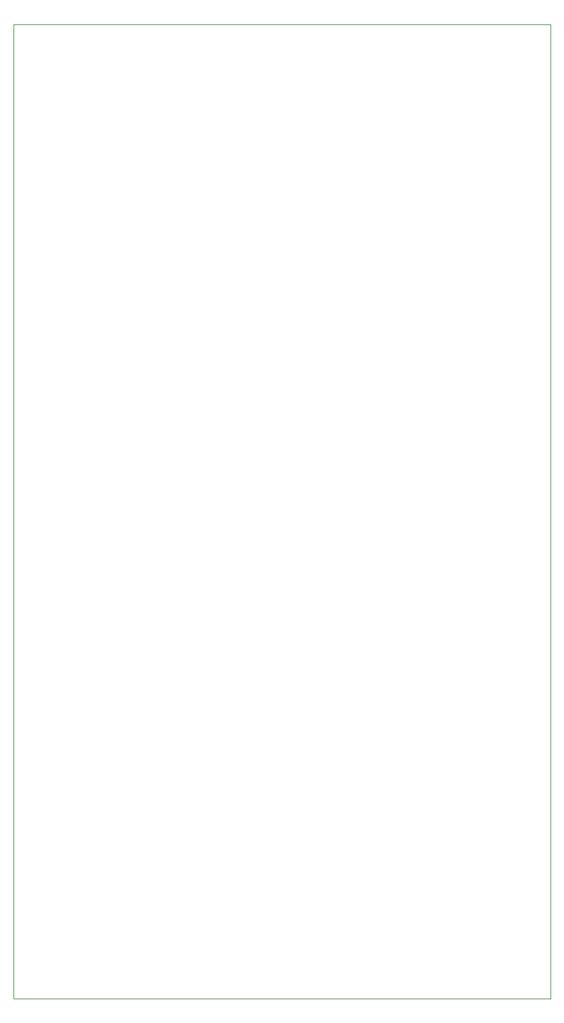
<source format=gbr>
G04 #@! TF.GenerationSoftware,KiCad,Pcbnew,(5.1.6)-1*
G04 #@! TF.CreationDate,2021-06-27T15:57:29+02:00*
G04 #@! TF.ProjectId,Panel,50616e65-6c2e-46b6-9963-61645f706362,rev?*
G04 #@! TF.SameCoordinates,Original*
G04 #@! TF.FileFunction,Paste,Top*
G04 #@! TF.FilePolarity,Positive*
%FSLAX46Y46*%
G04 Gerber Fmt 4.6, Leading zero omitted, Abs format (unit mm)*
G04 Created by KiCad (PCBNEW (5.1.6)-1) date 2021-06-27 15:57:29*
%MOMM*%
%LPD*%
G01*
G04 APERTURE LIST*
G04 #@! TA.AperFunction,Profile*
%ADD10C,0.050000*%
G04 #@! TD*
G04 APERTURE END LIST*
D10*
X178570000Y-23910000D02*
X249420000Y-23910000D01*
X178570000Y-152400000D02*
X178570000Y-23910000D01*
X178570000Y-152400000D02*
X249420000Y-152400000D01*
X249420000Y-152400000D02*
X249420000Y-23910000D01*
M02*

</source>
